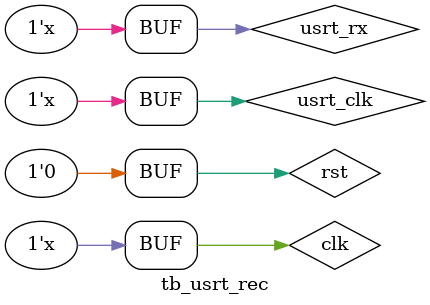
<source format=v>
`timescale 1ns / 1ps


module tb_usrt_rec;

	// Inputs
	reg rst;
	reg clk;
	reg usrt_rx;
	reg usrt_clk;

	// Outputs
	wire [7:0] USRT_data;
	wire rdy;

	// Instantiate the Unit Under Test (UUT)
	usrt_rec uut (
		.rst(rst), 
		.clk(clk), 
		.usrt_rx(usrt_rx), 
		.usrt_clk(usrt_clk), 
		.USRT_data(USRT_data), 
		.rdy(rdy)
	);

	always #5 clk <= ~clk;
	always #40 usrt_clk <= ~usrt_clk;
	always #40 usrt_rx <= ~usrt_rx;
	
	initial begin
		// Initialize Inputs
		rst = 0;
		clk = 0;
		usrt_rx = 0;
		usrt_clk = 0;

		// Wait 100 ns for global reset to finish
		#100;
		rst <= 1;
		#10
		rst <= 0;
        
		// Add stimulus here

	end
      
endmodule


</source>
